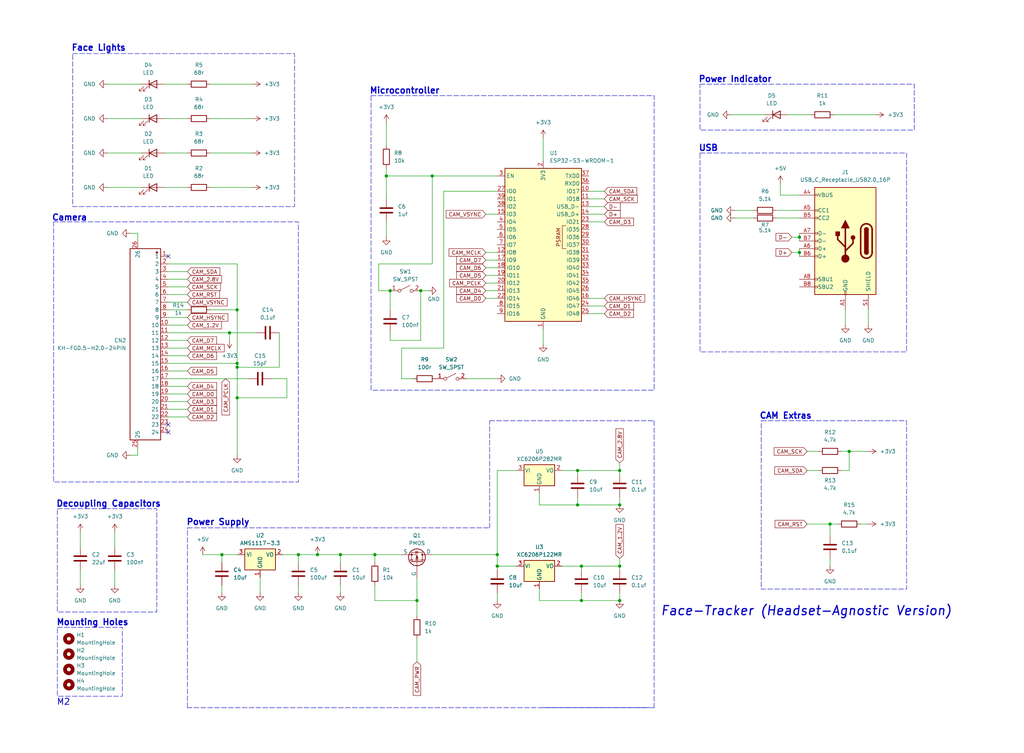
<source format=kicad_sch>
(kicad_sch (version 20250114) (generator "eeschema") (generator_version "9.0")
  (paper "User" 340 250)
  (title_block (title "FaceTracker") (date "2026-01-25") (rev "EV2") (company "Primis"))
  (lib_symbols
    (symbol "Connector:USB_C_Receptacle_USB2.0_16P" (pin_names (offset 1.016))
      (property "Reference" "J" (at 0 22.225 0))
      (property "Value" "USB_C_Receptacle_USB2.0_16P" (at 0 19.685 0))
      (symbol "USB_C_Receptacle_USB2.0_16P_1_1"
        (pin passive line (at -7.62 -22.86 90) (length 5.08) (name "SHIELD") (number "S1"))
        (pin passive line (at 0 -22.86 90) (length 5.08) (name "GND") (number "A1"))
        (pin passive line (at 0 -22.86 90) (length 5.08) (hide yes) (name "GND") (number "A12"))
        (pin passive line (at 0 -22.86 90) (length 5.08) (hide yes) (name "GND") (number "B1"))
        (pin passive line (at 0 -22.86 90) (length 5.08) (hide yes) (name "GND") (number "B12"))
        (pin passive line (at 15.24 15.24 180) (length 5.08) (name "VBUS") (number "A4"))
        (pin passive line (at 15.24 15.24 180) (length 5.08) (hide yes) (name "VBUS") (number "A9"))
        (pin passive line (at 15.24 15.24 180) (length 5.08) (hide yes) (name "VBUS") (number "B4"))
        (pin passive line (at 15.24 15.24 180) (length 5.08) (hide yes) (name "VBUS") (number "B9"))
        (pin bidirectional line (at 15.24 10.16 180) (length 5.08) (name "CC1") (number "A5"))
        (pin bidirectional line (at 15.24 7.62 180) (length 5.08) (name "CC2") (number "B5"))
        (pin bidirectional line (at 15.24 2.54 180) (length 5.08) (name "D-") (number "A7"))
        (pin bidirectional line (at 15.24 0 180) (length 5.08) (name "D-") (number "B7"))
        (pin bidirectional line (at 15.24 -2.54 180) (length 5.08) (name "D+") (number "A6"))
        (pin bidirectional line (at 15.24 -5.08 180) (length 5.08) (name "D+") (number "B6"))
        (pin bidirectional line (at 15.24 -12.7 180) (length 5.08) (name "SBU1") (number "A8"))
        (pin bidirectional line (at 15.24 -15.24 180) (length 5.08) (name "SBU2") (number "B8"))
      )
    )
    (symbol "Device:C" (pin_numbers (hide yes)) (pin_names (offset 0.254))
      (property "Reference" "C" (at 0.635 2.54 0))
      (property "Value" "C" (at 0.635 -2.54 0))
      (symbol "C_1_1"
        (pin passive line (at 0 3.81 270) (length 2.794) (name "~") (number "1"))
        (pin passive line (at 0 -3.81 90) (length 2.794) (name "~") (number "2"))
      )
    )
    (symbol "Device:LED" (pin_numbers (hide yes)) (pin_names (offset 1.016) (hide yes))
      (property "Reference" "D" (at 0 2.54 0))
      (property "Value" "LED" (at 0 -2.54 0))
      (symbol "LED_1_1"
        (pin passive line (at -3.81 0 0) (length 2.54) (name "K") (number "1"))
        (pin passive line (at 3.81 0 180) (length 2.54) (name "A") (number "2"))
      )
    )
    (symbol "Device:R" (pin_numbers (hide yes)) (pin_names (offset 0))
      (property "Reference" "R" (at 2.032 0 90))
      (property "Value" "R" (at 0 0 90))
      (symbol "R_1_1"
        (pin passive line (at 0 3.81 270) (length 1.27) (name "~") (number "1"))
        (pin passive line (at 0 -3.81 90) (length 1.27) (name "~") (number "2"))
      )
    )
    (symbol "Mechanical:MountingHole" (pin_names (offset 1.016)) (in_bom no)
      (property "Reference" "H" (at 0 5.08 0))
      (property "Value" "MountingHole" (at 0 3.175 0))
    )
    (symbol "RF_Module:ESP32-S3-WROOM-1"
      (property "Reference" "U" (at -12.7 26.67 0))
      (property "Value" "ESP32-S3-WROOM-1" (at 12.7 26.67 0))
      (symbol "ESP32-S3-WROOM-1_0_0"
        (text "PSRAM" (at 5.08 2.54 900) (effects (font (size 1.27 1.27))))
      )
      (symbol "ESP32-S3-WROOM-1_1_1"
        (pin input line (at -15.24 22.86 0) (length 2.54) (name "EN") (number "3"))
        (pin bidirectional line (at -15.24 17.78 0) (length 2.54) (name "IO0") (number "27"))
        (pin bidirectional line (at -15.24 15.24 0) (length 2.54) (name "IO1") (number "39"))
        (pin bidirectional line (at -15.24 12.7 0) (length 2.54) (name "IO2") (number "38"))
        (pin bidirectional line (at -15.24 10.16 0) (length 2.54) (name "IO3") (number "15"))
        (pin bidirectional line (at -15.24 7.62 0) (length 2.54) (name "IO4") (number "4"))
        (pin bidirectional line (at -15.24 5.08 0) (length 2.54) (name "IO5") (number "5"))
        (pin bidirectional line (at -15.24 2.54 0) (length 2.54) (name "IO6") (number "6"))
        (pin bidirectional line (at -15.24 0 0) (length 2.54) (name "IO7") (number "7"))
        (pin bidirectional line (at -15.24 -2.54 0) (length 2.54) (name "IO8") (number "12"))
        (pin bidirectional line (at -15.24 -5.08 0) (length 2.54) (name "IO9") (number "17"))
        (pin bidirectional line (at -15.24 -7.62 0) (length 2.54) (name "IO10") (number "18"))
        (pin bidirectional line (at -15.24 -10.16 0) (length 2.54) (name "IO11") (number "19"))
        (pin bidirectional line (at -15.24 -12.7 0) (length 2.54) (name "IO12") (number "20"))
        (pin bidirectional line (at -15.24 -15.24 0) (length 2.54) (name "IO13") (number "21"))
        (pin bidirectional line (at -15.24 -17.78 0) (length 2.54) (name "IO14") (number "22"))
        (pin bidirectional line (at -15.24 -20.32 0) (length 2.54) (name "IO15") (number "8"))
        (pin bidirectional line (at -15.24 -22.86 0) (length 2.54) (name "IO16") (number "9"))
        (pin power_in line (at 0 27.94 270) (length 2.54) (name "3V3") (number "2"))
        (pin power_in line (at 0 -27.94 90) (length 2.54) (name "GND") (number "1"))
        (pin passive line (at 0 -27.94 90) (length 2.54) (hide yes) (name "GND") (number "40"))
        (pin passive line (at 0 -27.94 90) (length 2.54) (hide yes) (name "GND") (number "41"))
        (pin bidirectional line (at 15.24 22.86 180) (length 2.54) (name "TXD0") (number "37"))
        (pin bidirectional line (at 15.24 20.32 180) (length 2.54) (name "RXD0") (number "36"))
        (pin bidirectional line (at 15.24 17.78 180) (length 2.54) (name "IO17") (number "10"))
        (pin bidirectional line (at 15.24 15.24 180) (length 2.54) (name "IO18") (number "11"))
        (pin bidirectional line (at 15.24 12.7 180) (length 2.54) (name "USB_D-") (number "13"))
        (pin bidirectional line (at 15.24 10.16 180) (length 2.54) (name "USB_D+") (number "14"))
        (pin bidirectional line (at 15.24 7.62 180) (length 2.54) (name "IO21") (number "23"))
        (pin bidirectional line (at 15.24 5.08 180) (length 2.54) (name "IO35") (number "28"))
        (pin bidirectional line (at 15.24 2.54 180) (length 2.54) (name "IO36") (number "29"))
        (pin bidirectional line (at 15.24 0 180) (length 2.54) (name "IO37") (number "30"))
        (pin bidirectional line (at 15.24 -2.54 180) (length 2.54) (name "IO38") (number "31"))
        (pin bidirectional line (at 15.24 -5.08 180) (length 2.54) (name "IO39") (number "32"))
        (pin bidirectional line (at 15.24 -7.62 180) (length 2.54) (name "IO40") (number "33"))
        (pin bidirectional line (at 15.24 -10.16 180) (length 2.54) (name "IO41") (number "34"))
        (pin bidirectional line (at 15.24 -12.7 180) (length 2.54) (name "IO42") (number "35"))
        (pin bidirectional line (at 15.24 -15.24 180) (length 2.54) (name "IO45") (number "26"))
        (pin bidirectional line (at 15.24 -17.78 180) (length 2.54) (name "IO46") (number "16"))
        (pin bidirectional line (at 15.24 -20.32 180) (length 2.54) (name "IO47") (number "24"))
        (pin bidirectional line (at 15.24 -22.86 180) (length 2.54) (name "IO48") (number "25"))
      )
    )
    (symbol "Regulator_Linear:AMS1117-3.3"
      (property "Reference" "U" (at -3.81 3.175 0))
      (property "Value" "AMS1117-3.3" (at 0 3.175 0))
      (symbol "AMS1117-3.3_1_1"
        (pin power_in line (at -7.62 0 0) (length 2.54) (name "VI") (number "3"))
        (pin power_in line (at 0 -7.62 90) (length 2.54) (name "GND") (number "1"))
        (pin power_out line (at 7.62 0 180) (length 2.54) (name "VO") (number "2"))
      )
    )
    (symbol "Regulator_Linear:XC6206PxxxMR" (pin_names (offset 0.254))
      (property "Reference" "U" (at -3.81 3.175 0))
      (property "Value" "XC6206PxxxMR" (at 0 3.175 0))
      (symbol "XC6206PxxxMR_1_1"
        (pin power_in line (at -7.62 0 0) (length 2.54) (name "VI") (number "3"))
        (pin power_in line (at 0 -7.62 90) (length 2.54) (name "GND") (number "1"))
        (pin power_out line (at 7.62 0 180) (length 2.54) (name "VO") (number "2"))
      )
    )
    (symbol "Simulation_SPICE:PMOS" (pin_numbers (hide yes)) (pin_names (offset 0))
      (property "Reference" "Q" (at 5.08 1.27 0))
      (property "Value" "PMOS" (at 5.08 -1.27 0))
      (symbol "PMOS_1_1"
        (pin input line (at -5.08 0 0) (length 2.54) (name "G") (number "2"))
        (pin passive line (at 2.54 5.08 270) (length 2.54) (name "D") (number "1"))
        (pin passive line (at 2.54 -5.08 90) (length 2.54) (name "S") (number "3"))
      )
    )
    (symbol "Switch:SW_SPST" (pin_names (offset 0) (hide yes))
      (property "Reference" "SW" (at 0 3.175 0))
      (property "Value" "SW_SPST" (at 0 -2.54 0))
      (symbol "SW_SPST_1_1"
        (pin passive line (at -5.08 0 0) (length 2.54) (name "A") (number "1"))
        (pin passive line (at 5.08 0 180) (length 2.54) (name "B") (number "2"))
      )
    )
    (symbol "kh-fg0.5-h2.0-24pin:KH-FG0.5-H2.0-24PIN"
      (property "Reference" "CN?" (at 19.558 -1.778 0))
      (property "Value" "KH-FG0.5-H2.0-24PIN" (at 19.558 1.778 0))
      (symbol "KH-FG0.5-H2.0-24PIN_0_0"
        (pin unspecified line (at -5.08 30.48 0) (length 2.54) (name "1") (number "1"))
        (pin unspecified line (at -5.08 27.94 0) (length 2.54) (name "2") (number "2"))
        (pin unspecified line (at -5.08 25.4 0) (length 2.54) (name "3") (number "3"))
        (pin unspecified line (at -5.08 22.86 0) (length 2.54) (name "4") (number "4"))
        (pin unspecified line (at -5.08 20.32 0) (length 2.54) (name "5") (number "5"))
        (pin unspecified line (at -5.08 17.78 0) (length 2.54) (name "6") (number "6"))
        (pin unspecified line (at -5.08 15.24 0) (length 2.54) (name "7") (number "7"))
        (pin unspecified line (at -5.08 12.7 0) (length 2.54) (name "8") (number "8"))
        (pin unspecified line (at -5.08 10.16 0) (length 2.54) (name "9") (number "9"))
        (pin unspecified line (at -5.08 7.62 0) (length 2.54) (name "10") (number "10"))
        (pin unspecified line (at -5.08 5.08 0) (length 2.54) (name "11") (number "11"))
        (pin unspecified line (at -5.08 2.54 0) (length 2.54) (name "12") (number "12"))
        (pin unspecified line (at -5.08 0 0) (length 2.54) (name "13") (number "13"))
        (pin unspecified line (at -5.08 -2.54 0) (length 2.54) (name "14") (number "14"))
        (pin unspecified line (at -5.08 -5.08 0) (length 2.54) (name "15") (number "15"))
        (pin unspecified line (at -5.08 -7.62 0) (length 2.54) (name "16") (number "16"))
        (pin unspecified line (at -5.08 -10.16 0) (length 2.54) (name "17") (number "17"))
        (pin unspecified line (at -5.08 -12.7 0) (length 2.54) (name "18") (number "18"))
        (pin unspecified line (at -5.08 -15.24 0) (length 2.54) (name "19") (number "19"))
        (pin unspecified line (at -5.08 -17.78 0) (length 2.54) (name "20") (number "20"))
        (pin unspecified line (at -5.08 -20.32 0) (length 2.54) (name "21") (number "21"))
        (pin unspecified line (at -5.08 -22.86 0) (length 2.54) (name "22") (number "22"))
        (pin unspecified line (at -5.08 -25.4 0) (length 2.54) (name "23") (number "23"))
        (pin unspecified line (at -5.08 -27.94 0) (length 2.54) (name "24") (number "24"))
        (pin unspecified line (at 5.08 35.56 270) (length 2.54) (name "26") (number "26"))
        (pin unspecified line (at 5.08 -33.02 90) (length 2.54) (name "25") (number "25"))
      )
    )
    (symbol "power:+3V3" (power) (pin_numbers (hide yes)) (pin_names (offset 0) (hide yes))
      (property "Value" "+3V3" (at 0 3.556 0))
      (symbol "+3V3_1_1"
        (pin power_in line (at 0 0 90) (length 0) (name "~") (number "1"))
      )
    )
    (symbol "power:+5V" (power) (pin_numbers (hide yes)) (pin_names (offset 0) (hide yes))
      (property "Value" "+5V" (at 0 3.556 0))
      (symbol "+5V_1_1"
        (pin power_in line (at 0 0 90) (length 0) (name "~") (number "1"))
      )
    )
    (symbol "power:GND" (power) (pin_numbers (hide yes)) (pin_names (offset 0) (hide yes))
      (property "Value" "GND" (at 0 -3.81 0))
      (symbol "GND_1_1"
        (pin power_in line (at 0 0 270) (length 0) (name "~") (number "1"))
      )
    )
  )
  (rectangle (start 24.13 17.78) (end 97.79 68.58) (stroke (width 0) (type dash)))
  (rectangle (start 252.73 139.7) (end 300.99 195.58) (stroke (width 0) (type dash)))
  (rectangle (start 17.78 73.66) (end 99.06 160.02) (stroke (width 0) (type dash)))
  (rectangle (start 19.05 168.91) (end 52.07 203.2) (stroke (width 0) (type dash)))
  (rectangle (start 232.41 50.8) (end 300.99 116.84) (stroke (width 0) (type dash)))
  (rectangle (start 123.19 31.75) (end 217.17 129.54) (stroke (width 0) (type dash)))
  (rectangle (start 19.05 208.28) (end 40.64 231.14) (stroke (width 0) (type dash)))
  (rectangle (start 232.41 27.94) (end 303.53 43.18) (stroke (width 0) (type dash)))
  (text "Decoupling Capacitors" (at 36.068 167.386 0) (effects (font (size 2.032 2.032) (thickness 0.4064) (bold yes))))
  (text "Face Lights" (at 32.766 16.002 0) (effects (font (size 2.032 2.032) (thickness 0.4064) (bold yes))))
  (text "Mounting Holes" (at 30.734 206.756 0) (effects (font (size 2.032 2.032) (thickness 0.4064) (bold yes))))
  (text "Microcontroller\n" (at 134.366 30.226 0) (effects (font (size 2.032 2.032) (thickness 0.4064) (bold yes))))
  (text "Power Indicator" (at 244.094 26.416 0) (effects (font (size 2.032 2.032) (thickness 0.4064) (bold yes))))
  (text "M2" (at 21.082 233.172 0) (effects (font (size 2.032 2.032) (thickness 0.254))))
  (text "Face-Tracker (Headset-Agnostic Version)" (at 267.716 202.946 0) (effects (font (size 3.0226 3.0226) (thickness 0.4064) (bold yes) (italic yes))))
  (text "USB" (at 235.204 49.276 0) (effects (font (size 2.032 2.032) (thickness 0.4064) (bold yes))))
  (text "Camera" (at 23.114 72.39 0) (effects (font (size 2.032 2.032) (thickness 0.4064) (bold yes))))
  (text "CAM Extras" (at 260.858 138.176 0) (effects (font (size 2.032 2.032) (thickness 0.4064) (bold yes))))
  (text "Power Supply" (at 72.39 173.482 0) (effects (font (size 2.032 2.032) (thickness 0.4064) (bold yes))))
  (junction (at 205.74 167.64))
  (junction (at 78.74 120.65))
  (junction (at 78.74 102.87))
  (junction (at 99.06 184.15))
  (junction (at 139.7 96.52))
  (junction (at 265.43 83.82))
  (junction (at 193.04 199.39))
  (junction (at 105.41 184.15))
  (junction (at 78.74 132.08))
  (junction (at 165.1 184.15))
  (junction (at 275.59 173.99))
  (junction (at 165.1 187.96))
  (junction (at 128.27 58.42))
  (junction (at 73.66 184.15))
  (junction (at 205.74 187.96))
  (junction (at 124.46 184.15))
  (junction (at 205.74 199.39))
  (junction (at 205.74 156.21))
  (junction (at 143.51 58.42))
  (junction (at 193.04 187.96))
  (junction (at 129.54 96.52))
  (junction (at 281.94 149.86))
  (junction (at 76.2 110.49))
  (junction (at 78.74 121.92))
  (junction (at 191.77 156.21))
  (junction (at 138.43 199.39))
  (junction (at 191.77 167.64))
  (junction (at 113.03 184.15))
  (junction (at 265.43 78.74))
  (no_connect (at 55.88 85.09))
  (no_connect (at 55.88 143.51))
  (no_connect (at 55.88 140.97))
  (wire (pts (xy 55.88 92.71) (xy 62.23 92.71)))
  (wire (pts (xy 139.7 96.52) (xy 142.24 96.52)))
  (wire (pts (xy 78.74 120.65) (xy 78.74 121.92)))
  (wire (pts (xy 265.43 64.77) (xy 259.08 64.77)))
  (wire (pts (xy 76.2 110.49) (xy 76.2 113.03)))
  (wire (pts (xy 99.06 184.15) (xy 105.41 184.15)))
  (wire (pts (xy 54.61 62.23) (xy 62.23 62.23)))
  (wire (pts (xy 161.29 71.12) (xy 165.1 71.12)))
  (wire (pts (xy 133.35 125.73) (xy 137.16 125.73)))
  (wire (pts (xy 143.51 87.63) (xy 125.73 87.63)))
  (wire (pts (xy 45.72 151.13) (xy 43.18 151.13)))
  (wire (pts (xy 259.08 64.77) (xy 259.08 60.96)))
  (wire (pts (xy 129.54 96.52) (xy 129.54 102.87)))
  (wire (pts (xy 95.25 132.08) (xy 78.74 132.08)))
  (polyline (pts (xy 162.56 139.7) (xy 217.17 139.7)) (stroke (width 0) (type dash)))
  (wire (pts (xy 128.27 58.42) (xy 143.51 58.42)))
  (wire (pts (xy 35.56 50.8) (xy 46.99 50.8)))
  (wire (pts (xy 154.94 125.73) (xy 165.1 125.73)))
  (wire (pts (xy 191.77 167.64) (xy 205.74 167.64)))
  (wire (pts (xy 186.69 156.21) (xy 191.77 156.21)))
  (wire (pts (xy 257.81 69.85) (xy 265.43 69.85)))
  (wire (pts (xy 55.88 90.17) (xy 62.23 90.17)))
  (wire (pts (xy 205.74 187.96) (xy 205.74 185.42)))
  (wire (pts (xy 55.88 102.87) (xy 62.23 102.87)))
  (wire (pts (xy 55.88 118.11) (xy 62.23 118.11)))
  (wire (pts (xy 165.1 184.15) (xy 165.1 156.21)))
  (wire (pts (xy 55.88 87.63) (xy 78.74 87.63)))
  (wire (pts (xy 275.59 173.99) (xy 278.13 173.99)))
  (wire (pts (xy 113.03 184.15) (xy 113.03 186.69)))
  (wire (pts (xy 124.46 184.15) (xy 124.46 186.69)))
  (wire (pts (xy 195.58 101.6) (xy 200.66 101.6)))
  (wire (pts (xy 128.27 40.64) (xy 128.27 48.26)))
  (wire (pts (xy 73.66 184.15) (xy 73.66 186.69)))
  (wire (pts (xy 281.94 149.86) (xy 288.29 149.86)))
  (wire (pts (xy 242.57 38.1) (xy 254 38.1)))
  (wire (pts (xy 276.86 38.1) (xy 290.83 38.1)))
  (wire (pts (xy 125.73 87.63) (xy 125.73 96.52)))
  (wire (pts (xy 55.88 138.43) (xy 62.23 138.43)))
  (wire (pts (xy 265.43 82.55) (xy 265.43 83.82)))
  (wire (pts (xy 73.66 184.15) (xy 78.74 184.15)))
  (wire (pts (xy 55.88 133.35) (xy 62.23 133.35)))
  (wire (pts (xy 45.72 148.59) (xy 45.72 151.13)))
  (wire (pts (xy 128.27 58.42) (xy 128.27 66.04)))
  (wire (pts (xy 99.06 194.31) (xy 99.06 196.85)))
  (wire (pts (xy 55.88 130.81) (xy 62.23 130.81)))
  (wire (pts (xy 205.74 165.1) (xy 205.74 167.64)))
  (wire (pts (xy 55.88 97.79) (xy 62.23 97.79)))
  (wire (pts (xy 76.2 110.49) (xy 85.09 110.49)))
  (wire (pts (xy 243.84 72.39) (xy 250.19 72.39)))
  (polyline (pts (xy 217.17 234.95) (xy 180.34 234.95)))
  (wire (pts (xy 257.81 72.39) (xy 265.43 72.39)))
  (wire (pts (xy 92.71 110.49) (xy 92.71 121.92)))
  (wire (pts (xy 38.1 176.53) (xy 38.1 181.61)))
  (wire (pts (xy 133.35 115.57) (xy 133.35 125.73)))
  (wire (pts (xy 55.88 120.65) (xy 78.74 120.65)))
  (wire (pts (xy 205.74 156.21) (xy 205.74 153.67)))
  (wire (pts (xy 195.58 73.66) (xy 200.66 73.66)))
  (wire (pts (xy 179.07 195.58) (xy 179.07 199.39)))
  (wire (pts (xy 55.88 113.03) (xy 62.23 113.03)))
  (wire (pts (xy 113.03 184.15) (xy 124.46 184.15)))
  (wire (pts (xy 205.74 156.21) (xy 205.74 157.48)))
  (wire (pts (xy 267.97 156.21) (xy 271.78 156.21)))
  (wire (pts (xy 99.06 184.15) (xy 99.06 186.69)))
  (wire (pts (xy 138.43 199.39) (xy 138.43 204.47)))
  (wire (pts (xy 113.03 194.31) (xy 113.03 196.85)))
  (wire (pts (xy 92.71 121.92) (xy 78.74 121.92)))
  (wire (pts (xy 95.25 125.73) (xy 95.25 132.08)))
  (wire (pts (xy 179.07 199.39) (xy 193.04 199.39)))
  (wire (pts (xy 161.29 88.9) (xy 165.1 88.9)))
  (polyline (pts (xy 62.23 234.95) (xy 62.23 175.26)) (stroke (width 0) (type dash)))
  (wire (pts (xy 279.4 156.21) (xy 281.94 156.21)))
  (wire (pts (xy 161.29 96.52) (xy 165.1 96.52)))
  (wire (pts (xy 38.1 189.23) (xy 38.1 194.31)))
  (wire (pts (xy 165.1 156.21) (xy 171.45 156.21)))
  (wire (pts (xy 138.43 191.77) (xy 138.43 199.39)))
  (wire (pts (xy 55.88 100.33) (xy 62.23 100.33)))
  (wire (pts (xy 275.59 173.99) (xy 275.59 177.8)))
  (wire (pts (xy 128.27 55.88) (xy 128.27 58.42)))
  (wire (pts (xy 195.58 66.04) (xy 200.66 66.04)))
  (wire (pts (xy 279.4 149.86) (xy 281.94 149.86)))
  (wire (pts (xy 195.58 99.06) (xy 200.66 99.06)))
  (wire (pts (xy 78.74 132.08) (xy 78.74 151.13)))
  (wire (pts (xy 191.77 156.21) (xy 191.77 157.48)))
  (wire (pts (xy 180.34 45.72) (xy 180.34 53.34)))
  (wire (pts (xy 45.72 80.01) (xy 45.72 77.47)))
  (wire (pts (xy 161.29 99.06) (xy 165.1 99.06)))
  (wire (pts (xy 195.58 71.12) (xy 200.66 71.12)))
  (wire (pts (xy 139.7 113.03) (xy 139.7 96.52)))
  (wire (pts (xy 78.74 102.87) (xy 78.74 120.65)))
  (wire (pts (xy 195.58 63.5) (xy 200.66 63.5)))
  (wire (pts (xy 55.88 123.19) (xy 62.23 123.19)))
  (wire (pts (xy 165.1 184.15) (xy 165.1 187.96)))
  (wire (pts (xy 54.61 39.37) (xy 62.23 39.37)))
  (wire (pts (xy 165.1 63.5) (xy 147.32 63.5)))
  (wire (pts (xy 193.04 187.96) (xy 193.04 189.23)))
  (wire (pts (xy 191.77 165.1) (xy 191.77 167.64)))
  (wire (pts (xy 267.97 149.86) (xy 271.78 149.86)))
  (wire (pts (xy 69.85 50.8) (xy 83.82 50.8)))
  (wire (pts (xy 265.43 77.47) (xy 265.43 78.74)))
  (wire (pts (xy 205.74 196.85) (xy 205.74 199.39)))
  (polyline (pts (xy 217.17 139.7) (xy 217.17 234.95)) (stroke (width 0) (type dash)))
  (wire (pts (xy 191.77 156.21) (xy 205.74 156.21)))
  (wire (pts (xy 73.66 194.31) (xy 73.66 196.85)))
  (wire (pts (xy 205.74 187.96) (xy 205.74 189.23)))
  (wire (pts (xy 147.32 63.5) (xy 147.32 115.57)))
  (wire (pts (xy 55.88 95.25) (xy 62.23 95.25)))
  (wire (pts (xy 55.88 125.73) (xy 82.55 125.73)))
  (wire (pts (xy 165.1 187.96) (xy 171.45 187.96)))
  (wire (pts (xy 143.51 184.15) (xy 165.1 184.15)))
  (wire (pts (xy 267.97 173.99) (xy 275.59 173.99)))
  (polyline (pts (xy 62.23 175.26) (xy 162.56 175.26)) (stroke (width 0) (type dash)))
  (wire (pts (xy 275.59 185.42) (xy 275.59 187.96)))
  (wire (pts (xy 69.85 102.87) (xy 78.74 102.87)))
  (wire (pts (xy 55.88 128.27) (xy 62.23 128.27)))
  (wire (pts (xy 129.54 110.49) (xy 129.54 113.03)))
  (wire (pts (xy 262.89 83.82) (xy 265.43 83.82)))
  (wire (pts (xy 261.62 38.1) (xy 269.24 38.1)))
  (wire (pts (xy 179.07 167.64) (xy 191.77 167.64)))
  (wire (pts (xy 54.61 50.8) (xy 62.23 50.8)))
  (wire (pts (xy 124.46 194.31) (xy 124.46 199.39)))
  (wire (pts (xy 193.04 199.39) (xy 205.74 199.39)))
  (wire (pts (xy 78.74 87.63) (xy 78.74 102.87)))
  (wire (pts (xy 193.04 187.96) (xy 205.74 187.96)))
  (wire (pts (xy 161.29 86.36) (xy 165.1 86.36)))
  (wire (pts (xy 195.58 68.58) (xy 200.66 68.58)))
  (wire (pts (xy 55.88 105.41) (xy 62.23 105.41)))
  (wire (pts (xy 67.31 184.15) (xy 73.66 184.15)))
  (wire (pts (xy 45.72 77.47) (xy 43.18 77.47)))
  (wire (pts (xy 124.46 199.39) (xy 138.43 199.39)))
  (wire (pts (xy 161.29 93.98) (xy 165.1 93.98)))
  (wire (pts (xy 26.67 189.23) (xy 26.67 194.31)))
  (wire (pts (xy 69.85 39.37) (xy 83.82 39.37)))
  (wire (pts (xy 124.46 184.15) (xy 133.35 184.15)))
  (wire (pts (xy 55.88 107.95) (xy 62.23 107.95)))
  (wire (pts (xy 93.98 184.15) (xy 99.06 184.15)))
  (wire (pts (xy 55.88 135.89) (xy 62.23 135.89)))
  (wire (pts (xy 161.29 91.44) (xy 165.1 91.44)))
  (wire (pts (xy 35.56 27.94) (xy 46.99 27.94)))
  (wire (pts (xy 280.67 102.87) (xy 280.67 107.95)))
  (wire (pts (xy 165.1 196.85) (xy 165.1 199.39)))
  (wire (pts (xy 186.69 187.96) (xy 193.04 187.96)))
  (wire (pts (xy 86.36 191.77) (xy 86.36 196.85)))
  (wire (pts (xy 69.85 27.94) (xy 83.82 27.94)))
  (wire (pts (xy 26.67 176.53) (xy 26.67 181.61)))
  (wire (pts (xy 35.56 62.23) (xy 46.99 62.23)))
  (wire (pts (xy 54.61 27.94) (xy 62.23 27.94)))
  (wire (pts (xy 165.1 187.96) (xy 165.1 189.23)))
  (polyline (pts (xy 214.63 234.95) (xy 62.23 234.95)) (stroke (width 0) (type dash)))
  (wire (pts (xy 288.29 102.87) (xy 288.29 107.95)))
  (wire (pts (xy 78.74 121.92) (xy 78.74 132.08)))
  (wire (pts (xy 128.27 73.66) (xy 128.27 78.74)))
  (wire (pts (xy 193.04 196.85) (xy 193.04 199.39)))
  (wire (pts (xy 265.43 83.82) (xy 265.43 85.09)))
  (wire (pts (xy 265.43 78.74) (xy 265.43 80.01)))
  (wire (pts (xy 281.94 156.21) (xy 281.94 149.86)))
  (wire (pts (xy 138.43 212.09) (xy 138.43 219.71)))
  (wire (pts (xy 125.73 96.52) (xy 129.54 96.52)))
  (wire (pts (xy 180.34 109.22) (xy 180.34 114.3)))
  (wire (pts (xy 35.56 39.37) (xy 46.99 39.37)))
  (wire (pts (xy 55.88 110.49) (xy 76.2 110.49)))
  (wire (pts (xy 147.32 115.57) (xy 133.35 115.57)))
  (wire (pts (xy 69.85 62.23) (xy 83.82 62.23)))
  (wire (pts (xy 262.89 78.74) (xy 265.43 78.74)))
  (wire (pts (xy 105.41 184.15) (xy 113.03 184.15)))
  (wire (pts (xy 161.29 83.82) (xy 165.1 83.82)))
  (wire (pts (xy 143.51 58.42) (xy 143.51 87.63)))
  (wire (pts (xy 243.84 69.85) (xy 250.19 69.85)))
  (polyline (pts (xy 162.56 175.26) (xy 162.56 139.7)) (stroke (width 0) (type dash)))
  (wire (pts (xy 285.75 173.99) (xy 288.29 173.99)))
  (wire (pts (xy 55.88 115.57) (xy 62.23 115.57)))
  (wire (pts (xy 179.07 163.83) (xy 179.07 167.64)))
  (wire (pts (xy 129.54 113.03) (xy 139.7 113.03)))
  (wire (pts (xy 195.58 104.14) (xy 200.66 104.14)))
  (wire (pts (xy 90.17 125.73) (xy 95.25 125.73)))
  (wire (pts (xy 143.51 58.42) (xy 165.1 58.42)))
  (global_label "CAM_SDA" (shape input) (at 200.66 63.5 0) (property "Intersheetrefs" "${INTERSHEET_REFS}" (effects (hide yes))))
  (global_label "D+" (shape input) (at 262.89 83.82 180) (property "Intersheetrefs" "${INTERSHEET_REFS}" (effects (hide yes))))
  (global_label "CAM_SCK" (shape input) (at 267.97 149.86 180) (property "Intersheetrefs" "${INTERSHEET_REFS}" (effects (hide yes))))
  (global_label "CAM_2.8V" (shape input) (at 62.23 92.71 0) (property "Intersheetrefs" "${INTERSHEET_REFS}" (effects (hide yes))))
  (global_label "CAM_D0" (shape input) (at 62.23 130.81 0) (property "Intersheetrefs" "${INTERSHEET_REFS}" (effects (hide yes))))
  (global_label "CAM_D4" (shape input) (at 161.29 96.52 180) (property "Intersheetrefs" "${INTERSHEET_REFS}" (effects (hide yes))))
  (global_label "CAM_D3" (shape input) (at 62.23 133.35 0) (property "Intersheetrefs" "${INTERSHEET_REFS}" (effects (hide yes))))
  (global_label "CAM_VSYNC" (shape input) (at 62.23 100.33 0) (property "Intersheetrefs" "${INTERSHEET_REFS}" (effects (hide yes))))
  (global_label "CAM_PCLK" (shape input) (at 74.93 125.73 270) (property "Intersheetrefs" "${INTERSHEET_REFS}" (effects (hide yes))))
  (global_label "CAM_D4" (shape input) (at 62.23 128.27 0) (property "Intersheetrefs" "${INTERSHEET_REFS}" (effects (hide yes))))
  (global_label "CAM_RST" (shape input) (at 267.97 173.99 180) (property "Intersheetrefs" "${INTERSHEET_REFS}" (effects (hide yes))))
  (global_label "CAM_SDA" (shape input) (at 267.97 156.21 180) (property "Intersheetrefs" "${INTERSHEET_REFS}" (effects (hide yes))))
  (global_label "CAM_D0" (shape input) (at 161.29 99.06 180) (property "Intersheetrefs" "${INTERSHEET_REFS}" (effects (hide yes))))
  (global_label "CAM_HSYNC" (shape input) (at 62.23 105.41 0) (property "Intersheetrefs" "${INTERSHEET_REFS}" (effects (hide yes))))
  (global_label "CAM_VSYNC" (shape input) (at 161.29 71.12 180) (property "Intersheetrefs" "${INTERSHEET_REFS}" (effects (hide yes))))
  (global_label "D+" (shape input) (at 200.66 71.12 0) (property "Intersheetrefs" "${INTERSHEET_REFS}" (effects (hide yes))))
  (global_label "CAM_D1" (shape input) (at 62.23 135.89 0) (property "Intersheetrefs" "${INTERSHEET_REFS}" (effects (hide yes))))
  (global_label "CAM_HSYNC" (shape input) (at 200.66 99.06 0) (property "Intersheetrefs" "${INTERSHEET_REFS}" (effects (hide yes))))
  (global_label "CAM_MCLK" (shape input) (at 161.29 83.82 180) (property "Intersheetrefs" "${INTERSHEET_REFS}" (effects (hide yes))))
  (global_label "CAM_D1" (shape input) (at 200.66 101.6 0) (property "Intersheetrefs" "${INTERSHEET_REFS}" (effects (hide yes))))
  (global_label "CAM_D5" (shape input) (at 62.23 123.19 0) (property "Intersheetrefs" "${INTERSHEET_REFS}" (effects (hide yes))))
  (global_label "CAM_D3" (shape input) (at 200.66 73.66 0) (property "Intersheetrefs" "${INTERSHEET_REFS}" (effects (hide yes))))
  (global_label "CAM_PWR" (shape input) (at 138.43 219.71 270) (property "Intersheetrefs" "${INTERSHEET_REFS}" (effects (hide yes))))
  (global_label "CAM_SCK" (shape input) (at 200.66 66.04 0) (property "Intersheetrefs" "${INTERSHEET_REFS}" (effects (hide yes))))
  (global_label "CAM_D2" (shape input) (at 62.23 138.43 0) (property "Intersheetrefs" "${INTERSHEET_REFS}" (effects (hide yes))))
  (global_label "CAM_RST" (shape input) (at 62.23 97.79 0) (property "Intersheetrefs" "${INTERSHEET_REFS}" (effects (hide yes))))
  (global_label "CAM_D6" (shape input) (at 62.23 118.11 0) (property "Intersheetrefs" "${INTERSHEET_REFS}" (effects (hide yes))))
  (global_label "CAM_1.2V" (shape input) (at 205.74 185.42 90) (property "Intersheetrefs" "${INTERSHEET_REFS}" (effects (hide yes))))
  (global_label "CAM_D7" (shape input) (at 62.23 113.03 0) (property "Intersheetrefs" "${INTERSHEET_REFS}" (effects (hide yes))))
  (global_label "D-" (shape input) (at 262.89 78.74 180) (property "Intersheetrefs" "${INTERSHEET_REFS}" (effects (hide yes))))
  (global_label "CAM_D6" (shape input) (at 161.29 88.9 180) (property "Intersheetrefs" "${INTERSHEET_REFS}" (effects (hide yes))))
  (global_label "D-" (shape input) (at 200.66 68.58 0) (property "Intersheetrefs" "${INTERSHEET_REFS}" (effects (hide yes))))
  (global_label "CAM_MCLK" (shape input) (at 62.23 115.57 0) (property "Intersheetrefs" "${INTERSHEET_REFS}" (effects (hide yes))))
  (global_label "CAM_D7" (shape input) (at 161.29 86.36 180) (property "Intersheetrefs" "${INTERSHEET_REFS}" (effects (hide yes))))
  (global_label "CAM_D5" (shape input) (at 161.29 91.44 180) (property "Intersheetrefs" "${INTERSHEET_REFS}" (effects (hide yes))))
  (global_label "CAM_SDA" (shape input) (at 62.23 90.17 0) (property "Intersheetrefs" "${INTERSHEET_REFS}" (effects (hide yes))))
  (global_label "CAM_D2" (shape input) (at 200.66 104.14 0) (property "Intersheetrefs" "${INTERSHEET_REFS}" (effects (hide yes))))
  (global_label "CAM_1.2V" (shape input) (at 62.23 107.95 0) (property "Intersheetrefs" "${INTERSHEET_REFS}" (effects (hide yes))))
  (global_label "CAM_SCK" (shape input) (at 62.23 95.25 0) (property "Intersheetrefs" "${INTERSHEET_REFS}" (effects (hide yes))))
  (global_label "CAM_PCLK" (shape input) (at 161.29 93.98 180) (property "Intersheetrefs" "${INTERSHEET_REFS}" (effects (hide yes))))
  (global_label "CAM_2.8V" (shape input) (at 205.74 153.67 90) (property "Intersheetrefs" "${INTERSHEET_REFS}" (effects (hide yes))))
  (symbol (lib_id "power:GND") (at 205.74 199.39 0) (unit 1)
    (property "Reference" "#PWR032" (effects (hide yes)))
    (property "Value" "GND" (at 205.74 204.47 0))
    (property "Description" "Power symbol creates a global label with name \"GND\" , ground" (effects (hide yes)))
  )
  (symbol (lib_id "Regulator_Linear:AMS1117-3.3") (at 86.36 184.15 0) (unit 1)
    (property "Reference" "U2" (at 86.36 177.8 0))
    (property "Value" "AMS1117-3.3" (at 86.36 180.34 0))
    (property "Footprint" "Package_TO_SOT_SMD:SOT-223-3_TabPin2" (effects (hide yes)))
    (property "Datasheet" "http://www.advanced-monolithic.com/pdf/ds1117.pdf" (effects (hide yes)))
    (property "Description" "1A Low Dropout regulator, positive, 3.3V fixed output, SOT-223" (effects (hide yes)))
  )
  (symbol (lib_id "Regulator_Linear:XC6206PxxxMR") (at 179.07 187.96 0) (unit 1)
    (property "Reference" "U3" (at 179.07 181.61 0))
    (property "Value" "XC6206P122MR" (at 179.07 184.15 0))
    (property "Footprint" "Package_TO_SOT_SMD:SOT-23-3" (effects (hide yes)))
    (property "Datasheet" "https://www.torexsemi.com/file/xc6206/XC6206.pdf" (effects (hide yes)))
    (property "Description" "Positive 60-250mA Low Dropout Regulator, Fixed Output, SOT-23" (effects (hide yes)))
  )
  (symbol (lib_id "power:GND") (at 243.84 72.39 270) (unit 1)
    (property "Reference" "#PWR016" (effects (hide yes)))
    (property "Value" "GND" (at 240.03 72.3899 90) (effects (justify right)))
    (property "Description" "Power symbol creates a global label with name \"GND\" , ground" (effects (hide yes)))
  )
  (symbol (lib_id "power:+3V3") (at 83.82 27.94 270) (unit 1)
    (property "Reference" "#PWR010" (effects (hide yes)))
    (property "Value" "+3V3" (at 87.63 27.9399 90) (effects (justify left)))
    (property "Description" "Power symbol creates a global label with name \"+3V3\"" (effects (hide yes)))
  )
  (symbol (lib_id "power:+3V3") (at 288.29 173.99 270) (unit 1)
    (property "Reference" "#PWR036" (effects (hide yes)))
    (property "Value" "+3V3" (at 292.1 173.9899 90) (effects (justify left)))
    (property "Description" "Power symbol creates a global label with name \"+3V3\"" (effects (hide yes)))
  )
  (symbol (lib_id "Device:R") (at 140.97 125.73 90) (unit 1)
    (property "Reference" "R9" (at 140.97 119.38 90))
    (property "Value" "100r" (at 140.97 121.92 90))
    (property "Footprint" "Resistor_SMD:R_0603_1608Metric" (effects (hide yes)))
    (property "Description" "Resistor" (effects (hide yes)))
  )
  (symbol (lib_id "power:+3V3") (at 83.82 39.37 270) (unit 1)
    (property "Reference" "#PWR08" (effects (hide yes)))
    (property "Value" "+3V3" (at 87.63 39.3699 90) (effects (justify left)))
    (property "Description" "Power symbol creates a global label with name \"+3V3\"" (effects (hide yes)))
  )
  (symbol (lib_id "Device:R") (at 254 72.39 90) (unit 1)
    (property "Reference" "R7" (at 254 74.676 90))
    (property "Value" "5.1k" (at 254 76.454 90))
    (property "Footprint" "Resistor_SMD:R_0805_2012Metric" (effects (hide yes)))
    (property "Description" "Resistor" (effects (hide yes)))
  )
  (symbol (lib_id "Device:C") (at 193.04 193.04 0) (unit 1)
    (property "Reference" "C10" (at 196.85 191.7699 0) (effects (justify left)))
    (property "Value" "10uf" (at 196.85 194.3099 0) (effects (justify left)))
    (property "Footprint" "Capacitor_SMD:C_0805_2012Metric" (effects (hide yes)))
    (property "Description" "Unpolarized capacitor" (effects (hide yes)))
  )
  (symbol (lib_id "Device:C") (at 165.1 193.04 0) (unit 1)
    (property "Reference" "C8" (at 168.91 191.7699 0) (effects (justify left)))
    (property "Value" "10uf" (at 168.91 194.3099 0) (effects (justify left)))
    (property "Footprint" "Capacitor_SMD:C_0805_2012Metric" (effects (hide yes)))
    (property "Description" "Unpolarized capacitor" (effects (hide yes)))
  )
  (symbol (lib_id "Device:C") (at 129.54 106.68 180) (unit 1)
    (property "Reference" "C7" (at 133.35 105.4099 0) (effects (justify right)))
    (property "Value" "100nf" (at 133.35 107.9499 0) (effects (justify right)))
    (property "Footprint" "Capacitor_SMD:C_0603_1608Metric" (effects (hide yes)))
    (property "Description" "Unpolarized capacitor" (effects (hide yes)))
  )
  (symbol (lib_id "Device:C") (at 128.27 69.85 0) (unit 1)
    (property "Reference" "C6" (at 132.08 68.5799 0) (effects (justify left)))
    (property "Value" "1uf" (at 132.08 71.1199 0) (effects (justify left)))
    (property "Footprint" "Capacitor_SMD:C_0603_1608Metric" (effects (hide yes)))
    (property "Description" "Unpolarized capacitor" (effects (hide yes)))
  )
  (symbol (lib_id "power:GND") (at 113.03 196.85 0) (unit 1)
    (property "Reference" "#PWR029" (effects (hide yes)))
    (property "Value" "GND" (at 113.03 201.93 0))
    (property "Description" "Power symbol creates a global label with name \"GND\" , ground" (effects (hide yes)))
  )
  (symbol (lib_id "Device:C") (at 205.74 161.29 0) (unit 1)
    (property "Reference" "C11" (at 209.55 160.0199 0) (effects (justify left)))
    (property "Value" "0.1uf" (at 209.55 162.5599 0) (effects (justify left)))
    (property "Footprint" "Capacitor_SMD:C_0603_1608Metric" (effects (hide yes)))
    (property "Description" "Unpolarized capacitor" (effects (hide yes)))
  )
  (symbol (lib_id "Switch:SW_SPST") (at 134.62 96.52 0) (unit 1)
    (property "Reference" "SW1" (at 134.62 90.17 0))
    (property "Value" "SW_SPST" (at 134.62 92.71 0))
    (property "Footprint" "Button_Switch_SMD:SW_SPST_TS-1088-xR020" (effects (hide yes)))
    (property "Description" "Single Pole Single Throw (SPST) switch" (effects (hide yes)))
  )
  (symbol (lib_id "Mechanical:MountingHole") (at 22.86 212.09 0) (unit 1) (in_bom no)
    (property "Reference" "H1" (at 25.4 210.8199 0) (effects (justify left)))
    (property "Value" "MountingHole" (at 25.4 213.3599 0) (effects (justify left)))
    (property "Footprint" "MountingHole:MountingHole_2.2mm_M2" (effects (hide yes)))
    (property "Description" "Mounting Hole without connection" (effects (hide yes)))
  )
  (symbol (lib_id "Device:R") (at 275.59 156.21 270) (unit 1)
    (property "Reference" "R13" (at 275.59 159.512 90))
    (property "Value" "4.7k" (at 275.59 162.052 90))
    (property "Footprint" "Resistor_SMD:R_0805_2012Metric" (effects (hide yes)))
    (property "Description" "Resistor" (effects (hide yes)))
  )
  (symbol (lib_id "Mechanical:MountingHole") (at 22.86 217.17 0) (unit 1) (in_bom no)
    (property "Reference" "H2" (at 25.4 215.8999 0) (effects (justify left)))
    (property "Value" "MountingHole" (at 25.4 218.4399 0) (effects (justify left)))
    (property "Footprint" "MountingHole:MountingHole_2.2mm_M2" (effects (hide yes)))
    (property "Description" "Mounting Hole without connection" (effects (hide yes)))
  )
  (symbol (lib_id "Device:C") (at 88.9 110.49 90) (unit 1)
    (property "Reference" "C14" (at 88.9 102.87 90))
    (property "Value" "0.1uf" (at 88.9 105.41 90))
    (property "Footprint" "Capacitor_SMD:C_0603_1608Metric" (effects (hide yes)))
    (property "Description" "Unpolarized capacitor" (effects (hide yes)))
  )
  (symbol (lib_id "power:GND") (at 78.74 151.13 0) (unit 1)
    (property "Reference" "#PWR041" (effects (hide yes)))
    (property "Value" "GND" (at 78.74 156.21 0))
    (property "Description" "Power symbol creates a global label with name \"GND\" , ground" (effects (hide yes)))
  )
  (symbol (lib_id "Device:C") (at 73.66 190.5 0) (unit 1)
    (property "Reference" "C4" (at 77.47 189.2299 0) (effects (justify left)))
    (property "Value" "10uf" (at 77.47 191.7699 0) (effects (justify left)))
    (property "Footprint" "Capacitor_SMD:C_0805_2012Metric" (effects (hide yes)))
    (property "Description" "Unpolarized capacitor" (effects (hide yes)))
  )
  (symbol (lib_id "Device:R") (at 66.04 102.87 90) (unit 1)
    (property "Reference" "R14" (at 59.182 101.346 90))
    (property "Value" "1k" (at 59.182 103.886 90))
    (property "Footprint" "Resistor_SMD:R_0805_2012Metric" (effects (hide yes)))
    (property "Description" "Resistor" (effects (hide yes)))
  )
  (symbol (lib_id "Device:C") (at 191.77 161.29 0) (unit 1)
    (property "Reference" "C9" (at 195.58 160.0199 0) (effects (justify left)))
    (property "Value" "10uf" (at 195.58 162.5599 0) (effects (justify left)))
    (property "Footprint" "Capacitor_SMD:C_0805_2012Metric" (effects (hide yes)))
    (property "Description" "Unpolarized capacitor" (effects (hide yes)))
  )
  (symbol (lib_id "Device:R") (at 66.04 39.37 90) (unit 1)
    (property "Reference" "R4" (at 66.04 33.02 90))
    (property "Value" "68r" (at 66.04 35.56 90))
    (property "Footprint" "Resistor_SMD:R_0603_1608Metric" (effects (hide yes)))
    (property "Description" "Resistor" (effects (hide yes)))
  )
  (symbol (lib_id "power:+3V3") (at 83.82 62.23 270) (unit 1)
    (property "Reference" "#PWR04" (effects (hide yes)))
    (property "Value" "+3V3" (at 87.63 62.2299 90) (effects (justify left)))
    (property "Description" "Power symbol creates a global label with name \"+3V3\"" (effects (hide yes)))
  )
  (symbol (lib_id "Device:R") (at 254 69.85 90) (unit 1)
    (property "Reference" "R6" (at 254 63.5 90))
    (property "Value" "5.1k" (at 254 66.04 90))
    (property "Footprint" "Resistor_SMD:R_0805_2012Metric" (effects (hide yes)))
    (property "Description" "Resistor" (effects (hide yes)))
  )
  (symbol (lib_id "Device:R") (at 128.27 52.07 180) (unit 1)
    (property "Reference" "R8" (at 130.81 50.7999 0) (effects (justify right)))
    (property "Value" "10k" (at 130.81 53.3399 0) (effects (justify right)))
    (property "Footprint" "Resistor_SMD:R_0805_2012Metric" (effects (hide yes)))
    (property "Description" "Resistor" (effects (hide yes)))
  )
  (symbol (lib_id "power:+5V") (at 259.08 60.96 0) (unit 1)
    (property "Reference" "#PWR017" (effects (hide yes)))
    (property "Value" "+5V" (at 259.08 55.88 0))
    (property "Description" "Power symbol creates a global label with name \"+5V\"" (effects (hide yes)))
  )
  (symbol (lib_id "Device:R") (at 138.43 208.28 180) (unit 1)
    (property "Reference" "R10" (at 140.97 207.0099 0) (effects (justify right)))
    (property "Value" "1k" (at 140.97 209.5499 0) (effects (justify right)))
    (property "Footprint" "Resistor_SMD:R_0805_2012Metric" (effects (hide yes)))
    (property "Description" "Resistor" (effects (hide yes)))
  )
  (symbol (lib_id "Device:C") (at 99.06 190.5 0) (unit 1)
    (property "Reference" "C5" (at 102.87 189.2299 0) (effects (justify left)))
    (property "Value" "100uf" (at 102.87 191.7699 0) (effects (justify left)))
    (property "Footprint" "Capacitor_SMD:C_1206_3216Metric" (effects (hide yes)))
    (property "Description" "Unpolarized capacitor" (effects (hide yes)))
  )
  (symbol (lib_id "Device:R") (at 273.05 38.1 90) (unit 1)
    (property "Reference" "R11" (at 273.05 31.75 90))
    (property "Value" "1k" (at 273.05 34.29 90))
    (property "Footprint" "Resistor_SMD:R_0805_2012Metric" (effects (hide yes)))
    (property "Description" "Resistor" (effects (hide yes)))
  )
  (symbol (lib_id "Device:R") (at 124.46 190.5 180) (unit 1)
    (property "Reference" "R1" (at 127 189.2299 0) (effects (justify right)))
    (property "Value" "10k" (at 127 191.7699 0) (effects (justify right)))
    (property "Footprint" "Resistor_SMD:R_0805_2012Metric" (effects (hide yes)))
    (property "Description" "Resistor" (effects (hide yes)))
  )
  (symbol (lib_id "power:GND") (at 205.74 167.64 0) (unit 1)
    (property "Reference" "#PWR031" (effects (hide yes)))
    (property "Value" "GND" (at 205.74 172.72 0))
    (property "Description" "Power symbol creates a global label with name \"GND\" , ground" (effects (hide yes)))
  )
  (symbol (lib_id "Device:LED") (at 50.8 39.37 0) (unit 1)
    (property "Reference" "D3" (at 49.2125 33.02 0))
    (property "Value" "LED" (at 49.2125 35.56 0))
    (property "Footprint" "LED_SMD:LED_0805_2012Metric" (effects (hide yes)))
    (property "Description" "Light emitting diode" (effects (hide yes)))
    (property "Sim.Pins" "1=K 2=A" (effects (hide yes)))
  )
  (symbol (lib_id "RF_Module:ESP32-S3-WROOM-1") (at 180.34 81.28 0) (unit 1)
    (property "Reference" "U1" (at 182.4833 50.8 0) (effects (justify left)))
    (property "Value" "ESP32-S3-WROOM-1" (at 182.4833 53.34 0) (effects (justify left)))
    (property "Footprint" "RF_Module:ESP32-S3-WROOM-1" (effects (hide yes)))
    (property "Datasheet" "https://www.espressif.com/sites/default/files/documentation/esp32-s3-wroom-1_wroom-1u_datasheet_en.pdf" (effects (hide yes)))
    (property "Description" "RF Module, ESP32-S3 SoC, Wi-Fi 802.11b/g/n, Bluetooth, BLE, 32-bit, 3.3V, onboard antenna, SMD" (effects (hide yes)))
  )
  (symbol (lib_id "Device:R") (at 66.04 27.94 90) (unit 1)
    (property "Reference" "R5" (at 66.04 21.59 90))
    (property "Value" "68r" (at 66.04 24.13 90))
    (property "Footprint" "Resistor_SMD:R_0603_1608Metric" (effects (hide yes)))
    (property "Description" "Resistor" (effects (hide yes)))
  )
  (symbol (lib_id "Device:C") (at 38.1 185.42 0) (unit 1)
    (property "Reference" "C3" (at 41.91 184.1499 0) (effects (justify left)))
    (property "Value" "100nf" (at 41.91 186.6899 0) (effects (justify left)))
    (property "Footprint" "Capacitor_SMD:C_0603_1608Metric" (effects (hide yes)))
    (property "Description" "Unpolarized capacitor" (effects (hide yes)))
  )
  (symbol (lib_id "power:GND") (at 165.1 125.73 90) (unit 1)
    (property "Reference" "#PWR028" (effects (hide yes)))
    (property "Value" "GND" (at 168.91 125.7299 90) (effects (justify right)))
    (property "Description" "Power symbol creates a global label with name \"GND\" , ground" (effects (hide yes)))
  )
  (symbol (lib_id "Device:C") (at 205.74 193.04 0) (unit 1)
    (property "Reference" "C12" (at 209.55 191.7699 0) (effects (justify left)))
    (property "Value" "0.1uf" (at 209.55 194.3099 0) (effects (justify left)))
    (property "Footprint" "Capacitor_SMD:C_0603_1608Metric" (effects (hide yes)))
    (property "Description" "Unpolarized capacitor" (effects (hide yes)))
  )
  (symbol (lib_id "power:GND") (at 128.27 78.74 0) (unit 1)
    (property "Reference" "#PWR025" (effects (hide yes)))
    (property "Value" "GND" (at 128.27 83.82 0))
    (property "Description" "Power symbol creates a global label with name \"GND\" , ground" (effects (hide yes)))
  )
  (symbol (lib_id "power:+3V3") (at 288.29 149.86 270) (unit 1)
    (property "Reference" "#PWR035" (effects (hide yes)))
    (property "Value" "+3V3" (at 292.1 149.8599 90) (effects (justify left)))
    (property "Description" "Power symbol creates a global label with name \"+3V3\"" (effects (hide yes)))
  )
  (symbol (lib_id "power:GND") (at 86.36 196.85 0) (unit 1)
    (property "Reference" "#PWR022" (effects (hide yes)))
    (property "Value" "GND" (at 86.36 201.93 0))
    (property "Description" "Power symbol creates a global label with name \"GND\" , ground" (effects (hide yes)))
  )
  (symbol (lib_id "power:GND") (at 35.56 39.37 270) (unit 1)
    (property "Reference" "#PWR07" (effects (hide yes)))
    (property "Value" "GND" (at 31.75 39.3699 90) (effects (justify right)))
    (property "Description" "Power symbol creates a global label with name \"GND\" , ground" (effects (hide yes)))
  )
  (symbol (lib_id "power:GND") (at 242.57 38.1 270) (unit 1)
    (property "Reference" "#PWR033" (effects (hide yes)))
    (property "Value" "GND" (at 238.76 38.0999 90) (effects (justify right)))
    (property "Description" "Power symbol creates a global label with name \"GND\" , ground" (effects (hide yes)))
  )
  (symbol (lib_id "power:GND") (at 35.56 50.8 270) (unit 1)
    (property "Reference" "#PWR05" (effects (hide yes)))
    (property "Value" "GND" (at 31.75 50.7999 90) (effects (justify right)))
    (property "Description" "Power symbol creates a global label with name \"GND\" , ground" (effects (hide yes)))
  )
  (symbol (lib_id "Device:R") (at 66.04 50.8 90) (unit 1)
    (property "Reference" "R3" (at 66.04 44.45 90))
    (property "Value" "68r" (at 66.04 46.99 90))
    (property "Footprint" "Resistor_SMD:R_0603_1608Metric" (effects (hide yes)))
    (property "Description" "Resistor" (effects (hide yes)))
  )
  (symbol (lib_id "power:+3V3") (at 38.1 176.53 0) (unit 1)
    (property "Reference" "#PWR014" (effects (hide yes)))
    (property "Value" "+3V3" (at 38.1 171.45 0))
    (property "Description" "Power symbol creates a global label with name \"+3V3\"" (effects (hide yes)))
  )
  (symbol (lib_id "power:GND") (at 73.66 196.85 0) (unit 1)
    (property "Reference" "#PWR023" (effects (hide yes)))
    (property "Value" "GND" (at 73.66 201.93 0))
    (property "Description" "Power symbol creates a global label with name \"GND\" , ground" (effects (hide yes)))
  )
  (symbol (lib_id "kh-fg0.5-h2.0-24pin:KH-FG0.5-H2.0-24PIN") (at 50.8 115.57 0) (mirror y) (unit 1)
    (property "Reference" "CN2" (at 41.91 113.0299 0) (effects (justify left)))
    (property "Value" "KH-FG0.5-H2.0-24PIN" (at 41.91 115.5699 0) (effects (justify left)))
    (property "Footprint" "FaceTracker:FPC-SMD_KH-FG0.5-H2.0-24PIN" (effects (hide yes)))
  )
  (symbol (lib_id "Device:R") (at 275.59 149.86 270) (unit 1)
    (property "Reference" "R12" (at 275.59 143.51 90))
    (property "Value" "4.7k" (at 275.59 146.05 90))
    (property "Footprint" "Resistor_SMD:R_0805_2012Metric" (effects (hide yes)))
    (property "Description" "Resistor" (effects (hide yes)))
  )
  (symbol (lib_id "power:+5V") (at 67.31 184.15 0) (unit 1)
    (property "Reference" "#PWR020" (effects (hide yes)))
    (property "Value" "+5V" (at 67.31 179.07 0))
    (property "Description" "Power symbol creates a global label with name \"+5V\"" (effects (hide yes)))
  )
  (symbol (lib_id "Device:R") (at 281.94 173.99 270) (unit 1)
    (property "Reference" "R15" (at 281.94 167.64 90))
    (property "Value" "4.7k" (at 281.94 170.18 90))
    (property "Footprint" "Resistor_SMD:R_0805_2012Metric" (effects (hide yes)))
    (property "Description" "Resistor" (effects (hide yes)))
  )
  (symbol (lib_id "Connector:USB_C_Receptacle_USB2.0_16P") (at 280.67 80.01 0) (mirror y) (unit 1)
    (property "Reference" "J1" (at 280.67 57.15 0))
    (property "Value" "USB_C_Receptacle_USB2.0_16P" (at 280.67 59.69 0))
    (property "Footprint" "Connector_USB:USB_C_Receptacle_HRO_TYPE-C-31-M-12" (effects (hide yes)))
    (property "Datasheet" "https://www.usb.org/sites/default/files/documents/usb_type-c.zip" (effects (hide yes)))
    (property "Description" "USB 2.0-only 16P Type-C Receptacle connector" (effects (hide yes)))
  )
  (symbol (lib_id "power:GND") (at 280.67 107.95 0) (unit 1)
    (property "Reference" "#PWR018" (effects (hide yes)))
    (property "Value" "GND" (at 280.67 113.03 0))
    (property "Description" "Power symbol creates a global label with name \"GND\" , ground" (effects (hide yes)))
  )
  (symbol (lib_id "Simulation_SPICE:PMOS") (at 138.43 186.69 270) (mirror x) (unit 1)
    (property "Reference" "Q1" (at 138.43 177.8 90))
    (property "Value" "PMOS" (at 138.43 180.34 90))
    (property "Footprint" "Package_TO_SOT_SMD:SOT-23" (effects (hide yes)))
    (property "Datasheet" "https://ngspice.sourceforge.io/docs/ngspice-html-manual/manual.xhtml#cha_MOSFETs" (effects (hide yes)))
    (property "Description" "P-MOSFET transistor, drain/source/gate" (effects (hide yes)))
    (property "Sim.Device" "PMOS" (effects (hide yes)))
    (property "Sim.Type" "VDMOS" (effects (hide yes)))
    (property "Sim.Pins" "1=D 2=G 3=S" (effects (hide yes)))
  )
  (symbol (lib_id "Regulator_Linear:XC6206PxxxMR") (at 179.07 156.21 0) (unit 1)
    (property "Reference" "U5" (at 179.07 149.86 0))
    (property "Value" "XC6206P282MR" (at 179.07 152.4 0))
    (property "Footprint" "Package_TO_SOT_SMD:SOT-23-3" (effects (hide yes)))
    (property "Datasheet" "https://www.torexsemi.com/file/xc6206/XC6206.pdf" (effects (hide yes)))
    (property "Description" "Positive 60-250mA Low Dropout Regulator, Fixed Output, SOT-23" (effects (hide yes)))
  )
  (symbol (lib_id "power:GND") (at 35.56 27.94 270) (unit 1)
    (property "Reference" "#PWR09" (effects (hide yes)))
    (property "Value" "GND" (at 31.75 27.9399 90) (effects (justify right)))
    (property "Description" "Power symbol creates a global label with name \"GND\" , ground" (effects (hide yes)))
  )
  (symbol (lib_id "power:GND") (at 275.59 187.96 0) (unit 1)
    (property "Reference" "#PWR037" (effects (hide yes)))
    (property "Value" "GND" (at 275.59 193.04 0))
    (property "Description" "Power symbol creates a global label with name \"GND\" , ground" (effects (hide yes)))
  )
  (symbol (lib_id "power:GND") (at 43.18 151.13 270) (unit 1)
    (property "Reference" "#PWR040" (effects (hide yes)))
    (property "Value" "GND" (at 39.37 151.1299 90) (effects (justify right)))
    (property "Description" "Power symbol creates a global label with name \"GND\" , ground" (effects (hide yes)))
  )
  (symbol (lib_id "Switch:SW_SPST") (at 149.86 125.73 0) (unit 1)
    (property "Reference" "SW2" (at 149.86 119.38 0))
    (property "Value" "SW_SPST" (at 149.86 121.92 0))
    (property "Footprint" "Button_Switch_SMD:SW_SPST_TS-1088-xR020" (effects (hide yes)))
    (property "Description" "Single Pole Single Throw (SPST) switch" (effects (hide yes)))
  )
  (symbol (lib_id "power:+3V3") (at 26.67 176.53 0) (unit 1)
    (property "Reference" "#PWR013" (effects (hide yes)))
    (property "Value" "+3V3" (at 26.67 171.45 0))
    (property "Description" "Power symbol creates a global label with name \"+3V3\"" (effects (hide yes)))
  )
  (symbol (lib_id "power:GND") (at 288.29 107.95 0) (unit 1)
    (property "Reference" "#PWR019" (effects (hide yes)))
    (property "Value" "GND" (at 288.29 113.03 0))
    (property "Description" "Power symbol creates a global label with name \"GND\" , ground" (effects (hide yes)))
  )
  (symbol (lib_id "power:+3V3") (at 105.41 184.15 0) (unit 1)
    (property "Reference" "#PWR021" (effects (hide yes)))
    (property "Value" "+3V3" (at 105.41 179.07 0))
    (property "Description" "Power symbol creates a global label with name \"+3V3\"" (effects (hide yes)))
  )
  (symbol (lib_id "Device:LED") (at 50.8 62.23 0) (unit 1)
    (property "Reference" "D1" (at 49.2125 55.88 0))
    (property "Value" "LED" (at 49.2125 58.42 0))
    (property "Footprint" "LED_SMD:LED_0805_2012Metric" (effects (hide yes)))
    (property "Description" "Light emitting diode" (effects (hide yes)))
    (property "Sim.Pins" "1=K 2=A" (effects (hide yes)))
  )
  (symbol (lib_id "Mechanical:MountingHole") (at 22.86 222.25 0) (unit 1) (in_bom no)
    (property "Reference" "H3" (at 25.4 220.9799 0) (effects (justify left)))
    (property "Value" "MountingHole" (at 25.4 223.5199 0) (effects (justify left)))
    (property "Footprint" "MountingHole:MountingHole_2.2mm_M2" (effects (hide yes)))
    (property "Description" "Mounting Hole without connection" (effects (hide yes)))
  )
  (symbol (lib_id "power:GND") (at 243.84 69.85 270) (unit 1)
    (property "Reference" "#PWR015" (effects (hide yes)))
    (property "Value" "GND" (at 240.03 69.8499 90) (effects (justify right)))
    (property "Description" "Power symbol creates a global label with name \"GND\" , ground" (effects (hide yes)))
  )
  (symbol (lib_id "power:+3V3") (at 128.27 40.64 0) (unit 1)
    (property "Reference" "#PWR026" (effects (hide yes)))
    (property "Value" "+3V3" (at 128.27 35.56 0))
    (property "Description" "Power symbol creates a global label with name \"+3V3\"" (effects (hide yes)))
  )
  (symbol (lib_id "Mechanical:MountingHole") (at 22.86 227.33 0) (unit 1) (in_bom no)
    (property "Reference" "H4" (at 25.4 226.0599 0) (effects (justify left)))
    (property "Value" "MountingHole" (at 25.4 228.5999 0) (effects (justify left)))
    (property "Footprint" "MountingHole:MountingHole_2.2mm_M2" (effects (hide yes)))
    (property "Description" "Mounting Hole without connection" (effects (hide yes)))
  )
  (symbol (lib_id "Device:LED") (at 50.8 27.94 0) (unit 1)
    (property "Reference" "D4" (at 49.2125 21.59 0))
    (property "Value" "LED" (at 49.2125 24.13 0))
    (property "Footprint" "LED_SMD:LED_0805_2012Metric" (effects (hide yes)))
    (property "Description" "Light emitting diode" (effects (hide yes)))
    (property "Sim.Pins" "1=K 2=A" (effects (hide yes)))
  )
  (symbol (lib_id "power:+3V3") (at 76.2 113.03 180) (unit 1)
    (property "Reference" "#PWR038" (effects (hide yes)))
    (property "Value" "+3V3" (at 76.2 118.11 0))
    (property "Description" "Power symbol creates a global label with name \"+3V3\"" (effects (hide yes)))
  )
  (symbol (lib_id "power:+3V3") (at 290.83 38.1 270) (unit 1)
    (property "Reference" "#PWR034" (effects (hide yes)))
    (property "Value" "+3V3" (at 294.64 38.0999 90) (effects (justify left)))
    (property "Description" "Power symbol creates a global label with name \"+3V3\"" (effects (hide yes)))
  )
  (symbol (lib_id "power:GND") (at 180.34 114.3 0) (unit 1)
    (property "Reference" "#PWR01" (effects (hide yes)))
    (property "Value" "GND" (at 180.34 119.38 0))
    (property "Description" "Power symbol creates a global label with name \"GND\" , ground" (effects (hide yes)))
  )
  (symbol (lib_id "power:GND") (at 26.67 194.31 0) (unit 1)
    (property "Reference" "#PWR011" (effects (hide yes)))
    (property "Value" "GND" (at 26.67 199.39 0))
    (property "Description" "Power symbol creates a global label with name \"GND\" , ground" (effects (hide yes)))
  )
  (symbol (lib_id "power:GND") (at 99.06 196.85 0) (unit 1)
    (property "Reference" "#PWR024" (effects (hide yes)))
    (property "Value" "GND" (at 99.06 201.93 0))
    (property "Description" "Power symbol creates a global label with name \"GND\" , ground" (effects (hide yes)))
  )
  (symbol (lib_id "power:GND") (at 165.1 199.39 0) (unit 1)
    (property "Reference" "#PWR030" (effects (hide yes)))
    (property "Value" "GND" (at 165.1 204.47 0))
    (property "Description" "Power symbol creates a global label with name \"GND\" , ground" (effects (hide yes)))
  )
  (symbol (lib_id "Device:C") (at 86.36 125.73 90) (unit 1)
    (property "Reference" "C15" (at 86.36 118.11 90))
    (property "Value" "15pF" (at 86.36 120.65 90))
    (property "Footprint" "Capacitor_SMD:C_0603_1608Metric" (effects (hide yes)))
    (property "Description" "Unpolarized capacitor" (effects (hide yes)))
  )
  (symbol (lib_id "power:GND") (at 43.18 77.47 270) (unit 1)
    (property "Reference" "#PWR039" (effects (hide yes)))
    (property "Value" "GND" (at 39.37 77.4699 90) (effects (justify right)))
    (property "Description" "Power symbol creates a global label with name \"GND\" , ground" (effects (hide yes)))
  )
  (symbol (lib_id "Device:C") (at 26.67 185.42 0) (unit 1)
    (property "Reference" "C2" (at 30.48 184.1499 0) (effects (justify left)))
    (property "Value" "22uf" (at 30.48 186.6899 0) (effects (justify left)))
    (property "Footprint" "Capacitor_SMD:C_0805_2012Metric" (effects (hide yes)))
    (property "Description" "Unpolarized capacitor" (effects (hide yes)))
  )
  (symbol (lib_id "Device:C") (at 113.03 190.5 0) (unit 1)
    (property "Reference" "C1" (at 116.84 189.2299 0) (effects (justify left)))
    (property "Value" "10uf" (at 116.84 191.7699 0) (effects (justify left)))
    (property "Footprint" "Capacitor_SMD:C_0805_2012Metric" (effects (hide yes)))
    (property "Description" "Unpolarized capacitor" (effects (hide yes)))
  )
  (symbol (lib_id "power:GND") (at 142.24 96.52 90) (unit 1)
    (property "Reference" "#PWR027" (effects (hide yes)))
    (property "Value" "GND" (at 141.986 99.314 90) (effects (justify right)))
    (property "Description" "Power symbol creates a global label with name \"GND\" , ground" (effects (hide yes)))
  )
  (symbol (lib_id "Device:LED") (at 50.8 50.8 0) (unit 1)
    (property "Reference" "D2" (at 49.2125 44.45 0))
    (property "Value" "LED" (at 49.2125 46.99 0))
    (property "Footprint" "LED_SMD:LED_0805_2012Metric" (effects (hide yes)))
    (property "Description" "Light emitting diode" (effects (hide yes)))
    (property "Sim.Pins" "1=K 2=A" (effects (hide yes)))
  )
  (symbol (lib_id "Device:R") (at 66.04 62.23 90) (unit 1)
    (property "Reference" "R2" (at 66.04 55.88 90))
    (property "Value" "68r" (at 66.04 58.42 90))
    (property "Footprint" "Resistor_SMD:R_0603_1608Metric" (effects (hide yes)))
    (property "Description" "Resistor" (effects (hide yes)))
  )
  (symbol (lib_id "power:GND") (at 35.56 62.23 270) (unit 1)
    (property "Reference" "#PWR03" (effects (hide yes)))
    (property "Value" "GND" (at 31.75 62.2299 90) (effects (justify right)))
    (property "Description" "Power symbol creates a global label with name \"GND\" , ground" (effects (hide yes)))
  )
  (symbol (lib_id "power:GND") (at 38.1 194.31 0) (unit 1)
    (property "Reference" "#PWR012" (effects (hide yes)))
    (property "Value" "GND" (at 38.1 199.39 0))
    (property "Description" "Power symbol creates a global label with name \"GND\" , ground" (effects (hide yes)))
  )
  (symbol (lib_id "Device:C") (at 275.59 181.61 0) (unit 1)
    (property "Reference" "C13" (at 279.4 180.3399 0) (effects (justify left)))
    (property "Value" "0.1uf" (at 279.4 182.8799 0) (effects (justify left)))
    (property "Footprint" "Capacitor_SMD:C_0603_1608Metric" (effects (hide yes)))
    (property "Description" "Unpolarized capacitor" (effects (hide yes)))
  )
  (symbol (lib_id "Device:LED") (at 257.81 38.1 0) (unit 1)
    (property "Reference" "D5" (at 256.2225 31.75 0))
    (property "Value" "LED" (at 256.2225 34.29 0))
    (property "Footprint" "LED_SMD:LED_0805_2012Metric" (effects (hide yes)))
    (property "Description" "Light emitting diode" (effects (hide yes)))
    (property "Sim.Pins" "1=K 2=A" (effects (hide yes)))
  )
  (symbol (lib_id "power:+3V3") (at 180.34 45.72 0) (unit 1)
    (property "Reference" "#PWR02" (effects (hide yes)))
    (property "Value" "+3V3" (at 180.34 40.64 0))
    (property "Description" "Power symbol creates a global label with name \"+3V3\"" (effects (hide yes)))
  )
  (symbol (lib_id "power:+3V3") (at 83.82 50.8 270) (unit 1)
    (property "Reference" "#PWR06" (effects (hide yes)))
    (property "Value" "+3V3" (at 87.63 50.7999 90) (effects (justify left)))
    (property "Description" "Power symbol creates a global label with name \"+3V3\"" (effects (hide yes)))
  )
)
</source>
